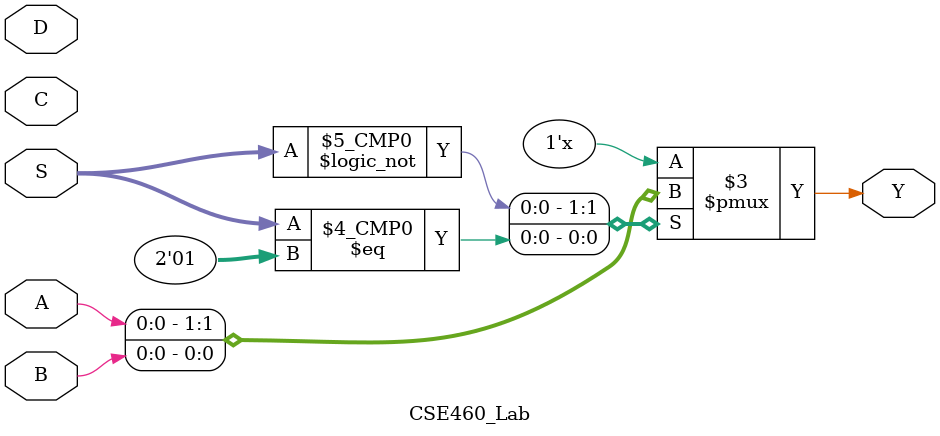
<source format=v>
module CSE460_Lab(S, Y, A, B, C, D);
	input A, B, C, D;
	input [1:0]S;
	output reg Y;
	//assign Y = (~S1 & ~S0 & A) |
	//		   (~S1 & S0 & B) |
	//		   (S1 & ~S0 & C) |
	//		   (S1 & S0 & D);
	//always @(*)
	//begin
	//if(S==2'b00)
	//	Y=A;
	//else if(S==2'b01)
	//	Y=B;
	//else if(S==2'b10)
	//	Y=C;
	//else
	//	Y=D;
	//end
	always @(*)
		case(S)
			00: Y=A;
			01: Y=B;
			10: Y=C;
			11: Y=D;
			default: Y=1'bx;
		endcase
endmodule 

</source>
